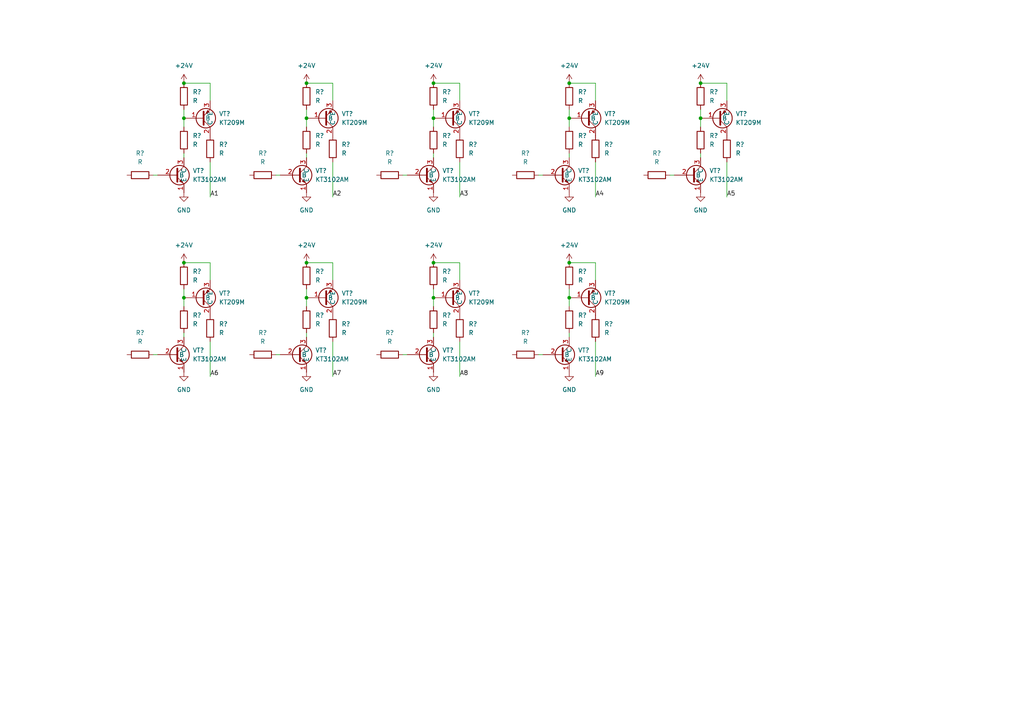
<source format=kicad_sch>
(kicad_sch (version 20211123) (generator eeschema)
  (paper "A4")
  (lib_symbols
    (symbol "Device:R" (pin_numbers hide) (pin_names (offset 0))
      (property "Reference" "R" (at 2.032 0 90))
      (property "Value" "R" (at 0 0 90))
      (symbol "R_0_1"
        (rectangle (start -1.016 -2.54) (end 1.016 2.54) (stroke (width 0.254)))
      )
      (symbol "R_1_1"
        (pin passive line (at 0 3.81 270) (length 1.27) (name "~") (number "1"))
        (pin passive line (at 0 -3.81 90) (length 1.27) (name "~") (number "2"))
      )
    )
    (symbol "ProjectLib:KT3102AM"
      (property "Reference" "VT" (at -2.54 5.08 0))
      (property "Value" "KT3102AM" (at 8.89 5.08 0))
      (symbol "KT3102AM_0_1"
        (polyline (pts (xy -0.635 0.635) (xy 1.27 2.54)))
        (polyline (pts (xy -0.635 -0.635) (xy 1.27 -2.54) (xy 1.27 -2.54)))
        (polyline (pts (xy -0.635 1.905) (xy -0.635 -1.905) (xy -0.635 -1.905)) (stroke (width 0.508)))
        (polyline (pts (xy 0 -1.778) (xy 0.508 -1.27) (xy 1.016 -2.286) (xy 0 -1.778) (xy 0 -1.778)) (fill (type outline)))
        (circle (center 0 0) (radius 2.8194) (stroke (width 0.254)))
      )
      (symbol "KT3102AM_1_1"
        (pin passive line (at 1.27 -5.08 90) (length 2.54) (name "E") (number "1"))
        (pin passive line (at -6.35 0 0) (length 5.715) (name "B") (number "2"))
        (pin passive line (at 1.27 5.08 270) (length 2.54) (name "C") (number "3"))
      )
    )
    (symbol "ProjectLib:КТ209М"
      (property "Reference" "VT" (at 5.08 0 0))
      (property "Value" "КТ209М" (at 6.35 3.81 0))
      (symbol "КТ209М_0_1"
        (polyline (pts (xy -0.635 0.635) (xy 1.27 2.54)))
        (polyline (pts (xy -0.635 -0.635) (xy 1.27 -2.54) (xy 1.27 -2.54)))
        (polyline (pts (xy -0.635 1.905) (xy -0.635 -1.905) (xy -0.635 -1.905)) (stroke (width 0.508)))
        (polyline (pts (xy 1.016 -1.778) (xy 0.508 -2.286) (xy 0 -1.27) (xy 1.016 -1.778) (xy 1.016 -1.778)) (fill (type outline)))
        (circle (center 0 0) (radius 2.8194) (stroke (width 0.254)))
      )
      (symbol "КТ209М_1_1"
        (pin input line (at -6.35 0 0) (length 5.715) (name "B") (number "1"))
        (pin passive line (at 1.27 5.08 270) (length 2.54) (name "C") (number "2"))
        (pin passive line (at 1.27 -5.08 90) (length 2.54) (name "E") (number "3"))
      )
    )
    (symbol "power:+24V" (power) (pin_names (offset 0))
      (property "Value" "+24V" (at 0 3.556 0))
      (symbol "+24V_0_1"
        (polyline (pts (xy -0.762 1.27) (xy 0 2.54)))
        (polyline (pts (xy 0 0) (xy 0 2.54)))
        (polyline (pts (xy 0 2.54) (xy 0.762 1.27)))
      )
      (symbol "+24V_1_1"
        (pin power_in line (at 0 0 90) (length 0) hide (name "+24V") (number "1"))
      )
    )
    (symbol "power:GND" (power) (pin_names (offset 0))
      (property "Value" "GND" (at 0 -3.81 0))
      (symbol "GND_0_1"
        (polyline (pts (xy 0 0) (xy 0 -1.27) (xy 1.27 -1.27) (xy 0 -2.54) (xy -1.27 -1.27) (xy 0 -1.27)))
      )
      (symbol "GND_1_1"
        (pin power_in line (at 0 0 270) (length 0) hide (name "GND") (number "1"))
      )
    )
  )
  (junction (at 53.34 76.2))
  (junction (at 203.2 24.13))
  (junction (at 88.9 76.2))
  (junction (at 53.34 34.29))
  (junction (at 88.9 24.13))
  (junction (at 53.34 24.13))
  (junction (at 165.1 76.2))
  (junction (at 125.73 86.36))
  (junction (at 88.9 34.29))
  (junction (at 165.1 24.13))
  (junction (at 125.73 24.13))
  (junction (at 165.1 34.29))
  (junction (at 88.9 86.36))
  (junction (at 125.73 76.2))
  (junction (at 53.34 86.36))
  (junction (at 165.1 86.36))
  (junction (at 125.73 34.29))
  (junction (at 203.2 34.29))
  (wire (pts (xy 96.52 24.13) (xy 88.9 24.13)))
  (wire (pts (xy 210.82 57.15) (xy 210.82 46.99)))
  (wire (pts (xy 172.72 81.28) (xy 172.72 76.2)))
  (wire (pts (xy 44.45 102.87) (xy 45.72 102.87)))
  (wire (pts (xy 172.72 24.13) (xy 165.1 24.13)))
  (wire (pts (xy 165.1 86.36) (xy 165.1 88.9)))
  (wire (pts (xy 165.1 31.75) (xy 165.1 34.29)))
  (wire (pts (xy 125.73 86.36) (xy 125.73 88.9)))
  (wire (pts (xy 88.9 83.82) (xy 88.9 86.36)))
  (wire (pts (xy 203.2 34.29) (xy 203.2 36.83)))
  (wire (pts (xy 116.84 50.8) (xy 118.11 50.8)))
  (wire (pts (xy 133.35 76.2) (xy 125.73 76.2)))
  (wire (pts (xy 53.34 31.75) (xy 53.34 34.29)))
  (wire (pts (xy 53.34 96.52) (xy 53.34 97.79)))
  (wire (pts (xy 96.52 81.28) (xy 96.52 76.2)))
  (wire (pts (xy 80.01 50.8) (xy 81.28 50.8)))
  (wire (pts (xy 53.34 86.36) (xy 53.34 88.9)))
  (wire (pts (xy 133.35 57.15) (xy 133.35 46.99)))
  (wire (pts (xy 88.9 86.36) (xy 88.9 88.9)))
  (wire (pts (xy 53.34 44.45) (xy 53.34 45.72)))
  (wire (pts (xy 96.52 57.15) (xy 96.52 46.99)))
  (wire (pts (xy 53.34 34.29) (xy 53.34 36.83)))
  (wire (pts (xy 172.72 57.15) (xy 172.72 46.99)))
  (wire (pts (xy 203.2 44.45) (xy 203.2 45.72)))
  (wire (pts (xy 60.96 109.22) (xy 60.96 99.06)))
  (wire (pts (xy 96.52 76.2) (xy 88.9 76.2)))
  (wire (pts (xy 96.52 109.22) (xy 96.52 99.06)))
  (wire (pts (xy 125.73 83.82) (xy 125.73 86.36)))
  (wire (pts (xy 60.96 24.13) (xy 53.34 24.13)))
  (wire (pts (xy 194.31 50.8) (xy 195.58 50.8)))
  (wire (pts (xy 165.1 83.82) (xy 165.1 86.36)))
  (wire (pts (xy 165.1 34.29) (xy 165.1 36.83)))
  (wire (pts (xy 203.2 31.75) (xy 203.2 34.29)))
  (wire (pts (xy 125.73 31.75) (xy 125.73 34.29)))
  (wire (pts (xy 156.21 102.87) (xy 157.48 102.87)))
  (wire (pts (xy 125.73 34.29) (xy 125.73 36.83)))
  (wire (pts (xy 133.35 81.28) (xy 133.35 76.2)))
  (wire (pts (xy 210.82 24.13) (xy 203.2 24.13)))
  (wire (pts (xy 88.9 31.75) (xy 88.9 34.29)))
  (wire (pts (xy 133.35 109.22) (xy 133.35 99.06)))
  (wire (pts (xy 53.34 83.82) (xy 53.34 86.36)))
  (wire (pts (xy 60.96 29.21) (xy 60.96 24.13)))
  (wire (pts (xy 60.96 81.28) (xy 60.96 76.2)))
  (wire (pts (xy 125.73 96.52) (xy 125.73 97.79)))
  (wire (pts (xy 172.72 76.2) (xy 165.1 76.2)))
  (wire (pts (xy 172.72 109.22) (xy 172.72 99.06)))
  (wire (pts (xy 44.45 50.8) (xy 45.72 50.8)))
  (wire (pts (xy 60.96 57.15) (xy 60.96 46.99)))
  (wire (pts (xy 96.52 29.21) (xy 96.52 24.13)))
  (wire (pts (xy 80.01 102.87) (xy 81.28 102.87)))
  (wire (pts (xy 88.9 96.52) (xy 88.9 97.79)))
  (wire (pts (xy 210.82 29.21) (xy 210.82 24.13)))
  (wire (pts (xy 88.9 44.45) (xy 88.9 45.72)))
  (wire (pts (xy 156.21 50.8) (xy 157.48 50.8)))
  (wire (pts (xy 125.73 44.45) (xy 125.73 45.72)))
  (wire (pts (xy 116.84 102.87) (xy 118.11 102.87)))
  (wire (pts (xy 165.1 44.45) (xy 165.1 45.72)))
  (wire (pts (xy 60.96 76.2) (xy 53.34 76.2)))
  (wire (pts (xy 133.35 24.13) (xy 125.73 24.13)))
  (wire (pts (xy 88.9 34.29) (xy 88.9 36.83)))
  (wire (pts (xy 172.72 29.21) (xy 172.72 24.13)))
  (wire (pts (xy 165.1 96.52) (xy 165.1 97.79)))
  (wire (pts (xy 133.35 29.21) (xy 133.35 24.13)))
  (label "A5" (at 210.82 57.15 0))
  (label "A9" (at 172.72 109.22 0))
  (label "A1" (at 60.96 57.15 0))
  (label "A8" (at 133.35 109.22 0))
  (label "A6" (at 60.96 109.22 0))
  (label "A7" (at 96.52 109.22 0))
  (label "A3" (at 133.35 57.15 0))
  (label "A4" (at 172.72 57.15 0))
  (label "A2" (at 96.52 57.15 0))
  (symbol (lib_id "Device:R") (at 88.9 40.64 0) (unit 1)
    (property "Reference" "R?" (at 91.44 39.3699 0) (effects (justify left)))
    (property "Value" "R" (at 91.44 41.9099 0) (effects (justify left)))
  )
  (symbol (lib_id "Device:R") (at 133.35 43.18 0) (unit 1)
    (property "Reference" "R?" (at 135.89 41.9099 0) (effects (justify left)))
    (property "Value" "R" (at 135.89 44.4499 0) (effects (justify left)))
  )
  (symbol (lib_id "ProjectLib:KT3102AM") (at 52.07 50.8 0) (unit 1)
    (property "Reference" "VT?" (at 55.88 49.5299 0) (effects (justify left)))
    (property "Value" "KT3102AM" (at 55.88 52.0699 0) (effects (justify left)))
  )
  (symbol (lib_id "Device:R") (at 88.9 27.94 0) (unit 1)
    (property "Reference" "R?" (at 91.44 26.6699 0) (effects (justify left)))
    (property "Value" "R" (at 91.44 29.2099 0) (effects (justify left)))
  )
  (symbol (lib_id "ProjectLib:КТ209М") (at 209.55 34.29 0) (mirror x) (unit 1)
    (property "Reference" "VT?" (at 213.36 33.0199 0) (effects (justify left)))
    (property "Value" "КТ209М" (at 213.36 35.5599 0) (effects (justify left)))
  )
  (symbol (lib_id "power:GND") (at 88.9 55.88 0) (unit 1)
    (property "Reference" "#PWR?" (effects hide))
    (property "Value" "GND" (at 88.9 60.96 0))
  )
  (symbol (lib_id "power:GND") (at 53.34 55.88 0) (unit 1)
    (property "Reference" "#PWR?" (effects hide))
    (property "Value" "GND" (at 53.34 60.96 0))
  )
  (symbol (lib_id "ProjectLib:КТ209М") (at 171.45 34.29 0) (mirror x) (unit 1)
    (property "Reference" "VT?" (at 175.26 33.0199 0) (effects (justify left)))
    (property "Value" "КТ209М" (at 175.26 35.5599 0) (effects (justify left)))
  )
  (symbol (lib_id "Device:R") (at 125.73 92.71 0) (unit 1)
    (property "Reference" "R?" (at 128.27 91.4399 0) (effects (justify left)))
    (property "Value" "R" (at 128.27 93.9799 0) (effects (justify left)))
  )
  (symbol (lib_id "Device:R") (at 96.52 43.18 0) (unit 1)
    (property "Reference" "R?" (at 99.06 41.9099 0) (effects (justify left)))
    (property "Value" "R" (at 99.06 44.4499 0) (effects (justify left)))
  )
  (symbol (lib_id "ProjectLib:КТ209М") (at 95.25 86.36 0) (mirror x) (unit 1)
    (property "Reference" "VT?" (at 99.06 85.0899 0) (effects (justify left)))
    (property "Value" "КТ209М" (at 99.06 87.6299 0) (effects (justify left)))
  )
  (symbol (lib_id "ProjectLib:KT3102AM") (at 163.83 102.87 0) (unit 1)
    (property "Reference" "VT?" (at 167.64 101.5999 0) (effects (justify left)))
    (property "Value" "KT3102AM" (at 167.64 104.1399 0) (effects (justify left)))
  )
  (symbol (lib_id "Device:R") (at 165.1 92.71 0) (unit 1)
    (property "Reference" "R?" (at 167.64 91.4399 0) (effects (justify left)))
    (property "Value" "R" (at 167.64 93.9799 0) (effects (justify left)))
  )
  (symbol (lib_id "power:GND") (at 165.1 107.95 0) (unit 1)
    (property "Reference" "#PWR?" (effects hide))
    (property "Value" "GND" (at 165.1 113.03 0))
  )
  (symbol (lib_id "Device:R") (at 152.4 102.87 90) (unit 1)
    (property "Reference" "R?" (at 152.4 96.52 90))
    (property "Value" "R" (at 152.4 99.06 90))
  )
  (symbol (lib_id "power:+24V") (at 203.2 24.13 0) (unit 1)
    (property "Reference" "#PWR?" (effects hide))
    (property "Value" "+24V" (at 203.2 19.05 0))
  )
  (symbol (lib_id "power:+24V") (at 53.34 24.13 0) (unit 1)
    (property "Reference" "#PWR?" (effects hide))
    (property "Value" "+24V" (at 53.34 19.05 0))
  )
  (symbol (lib_id "ProjectLib:KT3102AM") (at 201.93 50.8 0) (unit 1)
    (property "Reference" "VT?" (at 205.74 49.5299 0) (effects (justify left)))
    (property "Value" "KT3102AM" (at 205.74 52.0699 0) (effects (justify left)))
  )
  (symbol (lib_id "Device:R") (at 53.34 80.01 0) (unit 1)
    (property "Reference" "R?" (at 55.88 78.7399 0) (effects (justify left)))
    (property "Value" "R" (at 55.88 81.2799 0) (effects (justify left)))
  )
  (symbol (lib_id "Device:R") (at 40.64 102.87 90) (unit 1)
    (property "Reference" "R?" (at 40.64 96.52 90))
    (property "Value" "R" (at 40.64 99.06 90))
  )
  (symbol (lib_id "ProjectLib:КТ209М") (at 132.08 86.36 0) (mirror x) (unit 1)
    (property "Reference" "VT?" (at 135.89 85.0899 0) (effects (justify left)))
    (property "Value" "КТ209М" (at 135.89 87.6299 0) (effects (justify left)))
  )
  (symbol (lib_id "power:+24V") (at 88.9 76.2 0) (unit 1)
    (property "Reference" "#PWR?" (effects hide))
    (property "Value" "+24V" (at 88.9 71.12 0))
  )
  (symbol (lib_id "Device:R") (at 125.73 27.94 0) (unit 1)
    (property "Reference" "R?" (at 128.27 26.6699 0) (effects (justify left)))
    (property "Value" "R" (at 128.27 29.2099 0) (effects (justify left)))
  )
  (symbol (lib_id "Device:R") (at 190.5 50.8 90) (unit 1)
    (property "Reference" "R?" (at 190.5 44.45 90))
    (property "Value" "R" (at 190.5 46.99 90))
  )
  (symbol (lib_id "ProjectLib:КТ209М") (at 59.69 34.29 0) (mirror x) (unit 1)
    (property "Reference" "VT?" (at 63.5 33.0199 0) (effects (justify left)))
    (property "Value" "КТ209М" (at 63.5 35.5599 0) (effects (justify left)))
  )
  (symbol (lib_id "power:GND") (at 125.73 55.88 0) (unit 1)
    (property "Reference" "#PWR?" (effects hide))
    (property "Value" "GND" (at 125.73 60.96 0))
  )
  (symbol (lib_id "power:+24V") (at 125.73 76.2 0) (unit 1)
    (property "Reference" "#PWR?" (effects hide))
    (property "Value" "+24V" (at 125.73 71.12 0))
  )
  (symbol (lib_id "Device:R") (at 53.34 40.64 0) (unit 1)
    (property "Reference" "R?" (at 55.88 39.3699 0) (effects (justify left)))
    (property "Value" "R" (at 55.88 41.9099 0) (effects (justify left)))
  )
  (symbol (lib_id "Device:R") (at 165.1 27.94 0) (unit 1)
    (property "Reference" "R?" (at 167.64 26.6699 0) (effects (justify left)))
    (property "Value" "R" (at 167.64 29.2099 0) (effects (justify left)))
  )
  (symbol (lib_id "power:GND") (at 125.73 107.95 0) (unit 1)
    (property "Reference" "#PWR?" (effects hide))
    (property "Value" "GND" (at 125.73 113.03 0))
  )
  (symbol (lib_id "power:GND") (at 53.34 107.95 0) (unit 1)
    (property "Reference" "#PWR?" (effects hide))
    (property "Value" "GND" (at 53.34 113.03 0))
  )
  (symbol (lib_id "Device:R") (at 203.2 27.94 0) (unit 1)
    (property "Reference" "R?" (at 205.74 26.6699 0) (effects (justify left)))
    (property "Value" "R" (at 205.74 29.2099 0) (effects (justify left)))
  )
  (symbol (lib_id "power:+24V") (at 53.34 76.2 0) (unit 1)
    (property "Reference" "#PWR?" (effects hide))
    (property "Value" "+24V" (at 53.34 71.12 0))
  )
  (symbol (lib_id "power:GND") (at 88.9 107.95 0) (unit 1)
    (property "Reference" "#PWR?" (effects hide))
    (property "Value" "GND" (at 88.9 113.03 0))
  )
  (symbol (lib_id "Device:R") (at 152.4 50.8 90) (unit 1)
    (property "Reference" "R?" (at 152.4 44.45 90))
    (property "Value" "R" (at 152.4 46.99 90))
  )
  (symbol (lib_id "ProjectLib:KT3102AM") (at 87.63 102.87 0) (unit 1)
    (property "Reference" "VT?" (at 91.44 101.5999 0) (effects (justify left)))
    (property "Value" "KT3102AM" (at 91.44 104.1399 0) (effects (justify left)))
  )
  (symbol (lib_id "Device:R") (at 60.96 95.25 0) (unit 1)
    (property "Reference" "R?" (at 63.5 93.9799 0) (effects (justify left)))
    (property "Value" "R" (at 63.5 96.5199 0) (effects (justify left)))
  )
  (symbol (lib_id "Device:R") (at 210.82 43.18 0) (unit 1)
    (property "Reference" "R?" (at 213.36 41.9099 0) (effects (justify left)))
    (property "Value" "R" (at 213.36 44.4499 0) (effects (justify left)))
  )
  (symbol (lib_id "power:+24V") (at 165.1 76.2 0) (unit 1)
    (property "Reference" "#PWR?" (effects hide))
    (property "Value" "+24V" (at 165.1 71.12 0))
  )
  (symbol (lib_id "power:+24V") (at 125.73 24.13 0) (unit 1)
    (property "Reference" "#PWR?" (effects hide))
    (property "Value" "+24V" (at 125.73 19.05 0))
  )
  (symbol (lib_id "power:GND") (at 165.1 55.88 0) (unit 1)
    (property "Reference" "#PWR?" (effects hide))
    (property "Value" "GND" (at 165.1 60.96 0))
  )
  (symbol (lib_id "Device:R") (at 96.52 95.25 0) (unit 1)
    (property "Reference" "R?" (at 99.06 93.9799 0) (effects (justify left)))
    (property "Value" "R" (at 99.06 96.5199 0) (effects (justify left)))
  )
  (symbol (lib_id "Device:R") (at 113.03 102.87 90) (unit 1)
    (property "Reference" "R?" (at 113.03 96.52 90))
    (property "Value" "R" (at 113.03 99.06 90))
  )
  (symbol (lib_id "Device:R") (at 172.72 95.25 0) (unit 1)
    (property "Reference" "R?" (at 175.26 93.9799 0) (effects (justify left)))
    (property "Value" "R" (at 175.26 96.5199 0) (effects (justify left)))
  )
  (symbol (lib_id "ProjectLib:KT3102AM") (at 52.07 102.87 0) (unit 1)
    (property "Reference" "VT?" (at 55.88 101.5999 0) (effects (justify left)))
    (property "Value" "KT3102AM" (at 55.88 104.1399 0) (effects (justify left)))
  )
  (symbol (lib_id "ProjectLib:КТ209М") (at 171.45 86.36 0) (mirror x) (unit 1)
    (property "Reference" "VT?" (at 175.26 85.0899 0) (effects (justify left)))
    (property "Value" "КТ209М" (at 175.26 87.6299 0) (effects (justify left)))
  )
  (symbol (lib_id "power:+24V") (at 88.9 24.13 0) (unit 1)
    (property "Reference" "#PWR?" (effects hide))
    (property "Value" "+24V" (at 88.9 19.05 0))
  )
  (symbol (lib_id "Device:R") (at 165.1 80.01 0) (unit 1)
    (property "Reference" "R?" (at 167.64 78.7399 0) (effects (justify left)))
    (property "Value" "R" (at 167.64 81.2799 0) (effects (justify left)))
  )
  (symbol (lib_id "Device:R") (at 125.73 80.01 0) (unit 1)
    (property "Reference" "R?" (at 128.27 78.7399 0) (effects (justify left)))
    (property "Value" "R" (at 128.27 81.2799 0) (effects (justify left)))
  )
  (symbol (lib_id "Device:R") (at 40.64 50.8 90) (unit 1)
    (property "Reference" "R?" (at 40.64 44.45 90))
    (property "Value" "R" (at 40.64 46.99 90))
  )
  (symbol (lib_id "ProjectLib:КТ209М") (at 132.08 34.29 0) (mirror x) (unit 1)
    (property "Reference" "VT?" (at 135.89 33.0199 0) (effects (justify left)))
    (property "Value" "КТ209М" (at 135.89 35.5599 0) (effects (justify left)))
  )
  (symbol (lib_id "Device:R") (at 165.1 40.64 0) (unit 1)
    (property "Reference" "R?" (at 167.64 39.3699 0) (effects (justify left)))
    (property "Value" "R" (at 167.64 41.9099 0) (effects (justify left)))
  )
  (symbol (lib_id "Device:R") (at 53.34 92.71 0) (unit 1)
    (property "Reference" "R?" (at 55.88 91.4399 0) (effects (justify left)))
    (property "Value" "R" (at 55.88 93.9799 0) (effects (justify left)))
  )
  (symbol (lib_id "Device:R") (at 133.35 95.25 0) (unit 1)
    (property "Reference" "R?" (at 135.89 93.9799 0) (effects (justify left)))
    (property "Value" "R" (at 135.89 96.5199 0) (effects (justify left)))
  )
  (symbol (lib_id "Device:R") (at 60.96 43.18 0) (unit 1)
    (property "Reference" "R?" (at 63.5 41.9099 0) (effects (justify left)))
    (property "Value" "R" (at 63.5 44.4499 0) (effects (justify left)))
  )
  (symbol (lib_id "power:+24V") (at 165.1 24.13 0) (unit 1)
    (property "Reference" "#PWR?" (effects hide))
    (property "Value" "+24V" (at 165.1 19.05 0))
  )
  (symbol (lib_id "Device:R") (at 76.2 102.87 90) (unit 1)
    (property "Reference" "R?" (at 76.2 96.52 90))
    (property "Value" "R" (at 76.2 99.06 90))
  )
  (symbol (lib_id "ProjectLib:КТ209М") (at 59.69 86.36 0) (mirror x) (unit 1)
    (property "Reference" "VT?" (at 63.5 85.0899 0) (effects (justify left)))
    (property "Value" "КТ209М" (at 63.5 87.6299 0) (effects (justify left)))
  )
  (symbol (lib_id "Device:R") (at 113.03 50.8 90) (unit 1)
    (property "Reference" "R?" (at 113.03 44.45 90))
    (property "Value" "R" (at 113.03 46.99 90))
  )
  (symbol (lib_id "Device:R") (at 203.2 40.64 0) (unit 1)
    (property "Reference" "R?" (at 205.74 39.3699 0) (effects (justify left)))
    (property "Value" "R" (at 205.74 41.9099 0) (effects (justify left)))
  )
  (symbol (lib_id "ProjectLib:KT3102AM") (at 163.83 50.8 0) (unit 1)
    (property "Reference" "VT?" (at 167.64 49.5299 0) (effects (justify left)))
    (property "Value" "KT3102AM" (at 167.64 52.0699 0) (effects (justify left)))
  )
  (symbol (lib_id "Device:R") (at 76.2 50.8 90) (unit 1)
    (property "Reference" "R?" (at 76.2 44.45 90))
    (property "Value" "R" (at 76.2 46.99 90))
  )
  (symbol (lib_id "ProjectLib:КТ209М") (at 95.25 34.29 0) (mirror x) (unit 1)
    (property "Reference" "VT?" (at 99.06 33.0199 0) (effects (justify left)))
    (property "Value" "КТ209М" (at 99.06 35.5599 0) (effects (justify left)))
  )
  (symbol (lib_id "ProjectLib:KT3102AM") (at 124.46 50.8 0) (unit 1)
    (property "Reference" "VT?" (at 128.27 49.5299 0) (effects (justify left)))
    (property "Value" "KT3102AM" (at 128.27 52.0699 0) (effects (justify left)))
  )
  (symbol (lib_id "ProjectLib:KT3102AM") (at 87.63 50.8 0) (unit 1)
    (property "Reference" "VT?" (at 91.44 49.5299 0) (effects (justify left)))
    (property "Value" "KT3102AM" (at 91.44 52.0699 0) (effects (justify left)))
  )
  (symbol (lib_id "Device:R") (at 125.73 40.64 0) (unit 1)
    (property "Reference" "R?" (at 128.27 39.3699 0) (effects (justify left)))
    (property "Value" "R" (at 128.27 41.9099 0) (effects (justify left)))
  )
  (symbol (lib_id "Device:R") (at 53.34 27.94 0) (unit 1)
    (property "Reference" "R?" (at 55.88 26.6699 0) (effects (justify left)))
    (property "Value" "R" (at 55.88 29.2099 0) (effects (justify left)))
  )
  (symbol (lib_id "Device:R") (at 88.9 92.71 0) (unit 1)
    (property "Reference" "R?" (at 91.44 91.4399 0) (effects (justify left)))
    (property "Value" "R" (at 91.44 93.9799 0) (effects (justify left)))
  )
  (symbol (lib_id "Device:R") (at 88.9 80.01 0) (unit 1)
    (property "Reference" "R?" (at 91.44 78.7399 0) (effects (justify left)))
    (property "Value" "R" (at 91.44 81.2799 0) (effects (justify left)))
  )
  (symbol (lib_id "Device:R") (at 172.72 43.18 0) (unit 1)
    (property "Reference" "R?" (at 175.26 41.9099 0) (effects (justify left)))
    (property "Value" "R" (at 175.26 44.4499 0) (effects (justify left)))
  )
  (symbol (lib_id "ProjectLib:KT3102AM") (at 124.46 102.87 0) (unit 1)
    (property "Reference" "VT?" (at 128.27 101.5999 0) (effects (justify left)))
    (property "Value" "KT3102AM" (at 128.27 104.1399 0) (effects (justify left)))
  )
  (symbol (lib_id "power:GND") (at 203.2 55.88 0) (unit 1)
    (property "Reference" "#PWR?" (effects hide))
    (property "Value" "GND" (at 203.2 60.96 0))
  )
)
</source>
